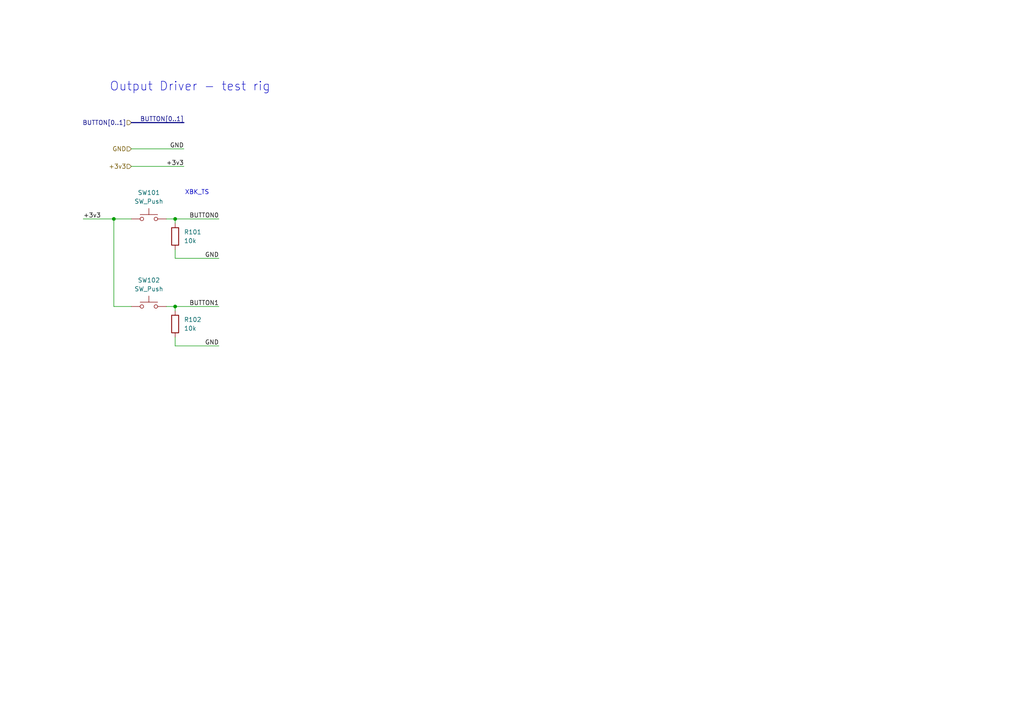
<source format=kicad_sch>
(kicad_sch (version 20231120) (generator "eeschema") (generator_version "8.0")
  (paper "A4")
  (title_block (title "xDuinoRail - LocDecoder - Development Kit") (date "2024-10-09") (rev "v0.2") (company "Chatelain Engineering, Bern - CH"))
  (lib_symbols
    (symbol "Device:R" (pin_numbers hide) (pin_names (offset 0))
      (property "Reference" "R" (at 2.032 0 90))
      (property "Value" "R" (at 0 0 90))
      (symbol "R_0_1"
        (rectangle (start -1.016 -2.54) (end 1.016 2.54) (stroke (width 0.254)))
      )
      (symbol "R_1_1"
        (pin passive line (at 0 3.81 270) (length 1.27) (name "~") (number "1"))
        (pin passive line (at 0 -3.81 90) (length 1.27) (name "~") (number "2"))
      )
    )
    (symbol "Switch:SW_Push" (pin_numbers hide) (pin_names (offset 1.016) hide)
      (property "Reference" "SW" (at 1.27 2.54 0))
      (property "Value" "SW_Push" (at 0 -1.524 0))
      (symbol "SW_Push_0_1"
        (circle (center -2.032 0) (radius 0.508))
        (polyline (pts (xy 0 1.27) (xy 0 3.048)))
        (polyline (pts (xy 2.54 1.27) (xy -2.54 1.27)))
        (circle (center 2.032 0) (radius 0.508))
        (pin passive line (at -5.08 0 0) (length 2.54) (name "1") (number "1"))
        (pin passive line (at 5.08 0 180) (length 2.54) (name "2") (number "2"))
      )
    )
  )
  (junction (at 50.8 88.9))
  (junction (at 33.02 63.5))
  (junction (at 50.8 63.5))
  (bus (pts (xy 38.1 35.56) (xy 53.34 35.56)))
  (wire (pts (xy 50.8 63.5) (xy 48.26 63.5)))
  (wire (pts (xy 24.13 63.5) (xy 33.02 63.5)))
  (wire (pts (xy 53.34 48.26) (xy 38.1 48.26)))
  (wire (pts (xy 50.8 74.93) (xy 63.5 74.93)))
  (wire (pts (xy 50.8 100.33) (xy 63.5 100.33)))
  (wire (pts (xy 53.34 43.18) (xy 38.1 43.18)))
  (wire (pts (xy 50.8 64.77) (xy 50.8 63.5)))
  (wire (pts (xy 50.8 72.39) (xy 50.8 74.93)))
  (wire (pts (xy 33.02 63.5) (xy 38.1 63.5)))
  (wire (pts (xy 50.8 90.17) (xy 50.8 88.9)))
  (wire (pts (xy 50.8 88.9) (xy 48.26 88.9)))
  (wire (pts (xy 33.02 88.9) (xy 33.02 63.5)))
  (wire (pts (xy 50.8 97.79) (xy 50.8 100.33)))
  (wire (pts (xy 33.02 88.9) (xy 38.1 88.9)))
  (wire (pts (xy 50.8 88.9) (xy 63.5 88.9)))
  (wire (pts (xy 63.5 63.5) (xy 50.8 63.5)))
  (text "Output Driver - test rig" (at 31.75 26.67 0) (effects (font (size 2.54 2.54)) (justify left bottom)))
  (text "XBK_TS" (at 57.15 55.88 0) (effects (font (size 1.27 1.27))))
  (label "GND" (at 63.5 100.33 180))
  (label "BUTTON0" (at 63.5 63.5 180))
  (label "BUTTON1" (at 63.5 88.9 180))
  (label "GND" (at 63.5 74.93 180))
  (label "+3v3" (at 24.13 63.5 0))
  (label "+3v3" (at 53.34 48.26 180))
  (label "GND" (at 53.34 43.18 180))
  (label "BUTTON[0..1]" (at 53.34 35.56 180))
  (hierarchical_label "+3v3" (shape input) (at 38.1 48.26 180))
  (hierarchical_label "GND" (shape input) (at 38.1 43.18 180))
  (hierarchical_label "BUTTON[0..1]" (shape input) (at 38.1 35.56 180))
  (symbol (lib_id "Device:R") (at 50.8 93.98 0) (unit 1)
    (property "Reference" "R102" (at 53.34 92.7099 0) (effects (justify left)))
    (property "Value" "10k" (at 53.34 95.2499 0) (effects (justify left)))
    (property "Footprint" "Resistor_SMD:R_0603_1608Metric" (effects (hide yes)))
    (property "Description" "Resistor" (effects (hide yes)))
  )
  (symbol (lib_id "Switch:SW_Push") (at 43.18 88.9 0) (unit 1)
    (property "Reference" "SW102" (at 43.18 81.28 0))
    (property "Value" "SW_Push" (at 43.18 83.82 0))
    (property "Footprint" "Button_Switch_SMD:SW_Push_1P1T_XKB_TS-1187A" (effects (hide yes)))
    (property "Description" "Push button switch, generic, two pins" (effects (hide yes)))
  )
  (symbol (lib_id "Switch:SW_Push") (at 43.18 63.5 0) (unit 1)
    (property "Reference" "SW101" (at 43.18 55.88 0))
    (property "Value" "SW_Push" (at 43.18 58.42 0))
    (property "Footprint" "Button_Switch_SMD:SW_Push_1P1T_XKB_TS-1187A" (effects (hide yes)))
    (property "Description" "Push button switch, generic, two pins" (effects (hide yes)))
  )
  (symbol (lib_id "Device:R") (at 50.8 68.58 0) (unit 1)
    (property "Reference" "R101" (at 53.34 67.3099 0) (effects (justify left)))
    (property "Value" "10k" (at 53.34 69.8499 0) (effects (justify left)))
    (property "Footprint" "Resistor_SMD:R_0603_1608Metric" (effects (hide yes)))
    (property "Description" "Resistor" (effects (hide yes)))
  )
)
</source>
